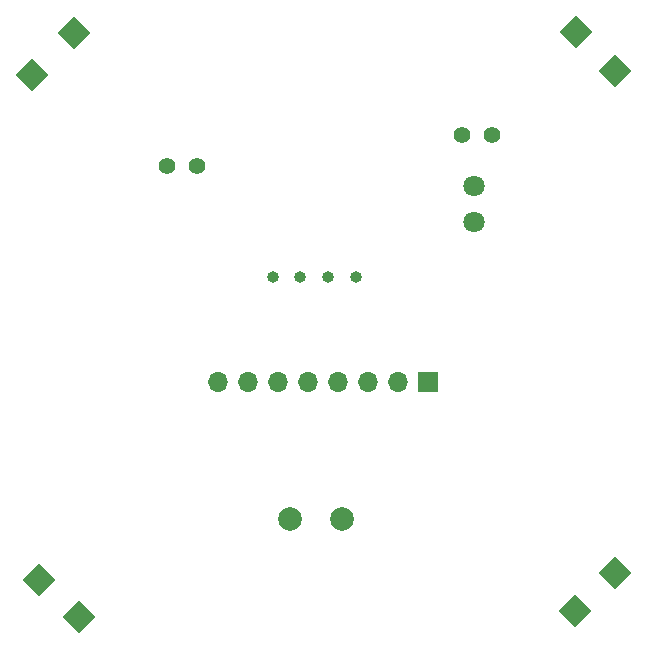
<source format=gbr>
%TF.GenerationSoftware,KiCad,Pcbnew,9.0.0-9.0.0-2~ubuntu22.04.1*%
%TF.CreationDate,2025-03-12T10:46:36+01:00*%
%TF.ProjectId,nano_drone,6e616e6f-5f64-4726-9f6e-652e6b696361,rev?*%
%TF.SameCoordinates,Original*%
%TF.FileFunction,Soldermask,Bot*%
%TF.FilePolarity,Negative*%
%FSLAX46Y46*%
G04 Gerber Fmt 4.6, Leading zero omitted, Abs format (unit mm)*
G04 Created by KiCad (PCBNEW 9.0.0-9.0.0-2~ubuntu22.04.1) date 2025-03-12 10:46:36*
%MOMM*%
%LPD*%
G01*
G04 APERTURE LIST*
G04 Aperture macros list*
%AMRotRect*
0 Rectangle, with rotation*
0 The origin of the aperture is its center*
0 $1 length*
0 $2 width*
0 $3 Rotation angle, in degrees counterclockwise*
0 Add horizontal line*
21,1,$1,$2,0,0,$3*%
G04 Aperture macros list end*
%ADD10C,1.400000*%
%ADD11C,1.800000*%
%ADD12R,1.700000X1.700000*%
%ADD13O,1.700000X1.700000*%
%ADD14C,2.000000*%
%ADD15RotRect,2.000000X2.000000X135.000000*%
%ADD16O,1.000000X1.000000*%
%ADD17RotRect,2.000000X2.000000X225.000000*%
G04 APERTURE END LIST*
D10*
%TO.C,JP2*%
X160588038Y-84296393D03*
X163128038Y-84296393D03*
%TD*%
%TO.C,JP1*%
X135588038Y-86896393D03*
X138128038Y-86896393D03*
%TD*%
D11*
%TO.C,H4*%
X161638038Y-91696393D03*
%TD*%
%TO.C,H3*%
X161638038Y-88596393D03*
%TD*%
D12*
%TO.C,J1*%
X157694360Y-105236071D03*
D13*
X155154360Y-105236071D03*
X152614360Y-105236071D03*
X150074360Y-105236071D03*
X147534360Y-105236071D03*
X144994360Y-105236071D03*
X142454360Y-105236071D03*
X139914360Y-105236071D03*
%TD*%
D14*
%TO.C,H2*%
X146038038Y-116846393D03*
%TD*%
%TO.C,H1*%
X150488038Y-116846393D03*
%TD*%
D15*
%TO.C,TP8*%
X124209360Y-79221071D03*
%TD*%
%TO.C,TP11*%
X128138038Y-125096393D03*
%TD*%
%TO.C,TP14*%
X124759360Y-121971071D03*
%TD*%
%TO.C,TP9*%
X170238038Y-75596393D03*
%TD*%
D16*
%TO.C,REF\u002A\u002A*%
X146894360Y-96316071D03*
%TD*%
%TO.C,REF\u002A\u002A*%
X149224360Y-96306071D03*
%TD*%
D15*
%TO.C,TP7*%
X127784360Y-75696071D03*
%TD*%
D16*
%TO.C,REF\u002A\u002A*%
X144584360Y-96296071D03*
%TD*%
D17*
%TO.C,TP10*%
X173538038Y-121396393D03*
%TD*%
D15*
%TO.C,TP13*%
X170159360Y-124596071D03*
%TD*%
D16*
%TO.C,REF\u002A\u002A*%
X151594360Y-96296071D03*
%TD*%
D17*
%TO.C,TP12*%
X173534360Y-78871071D03*
%TD*%
M02*

</source>
